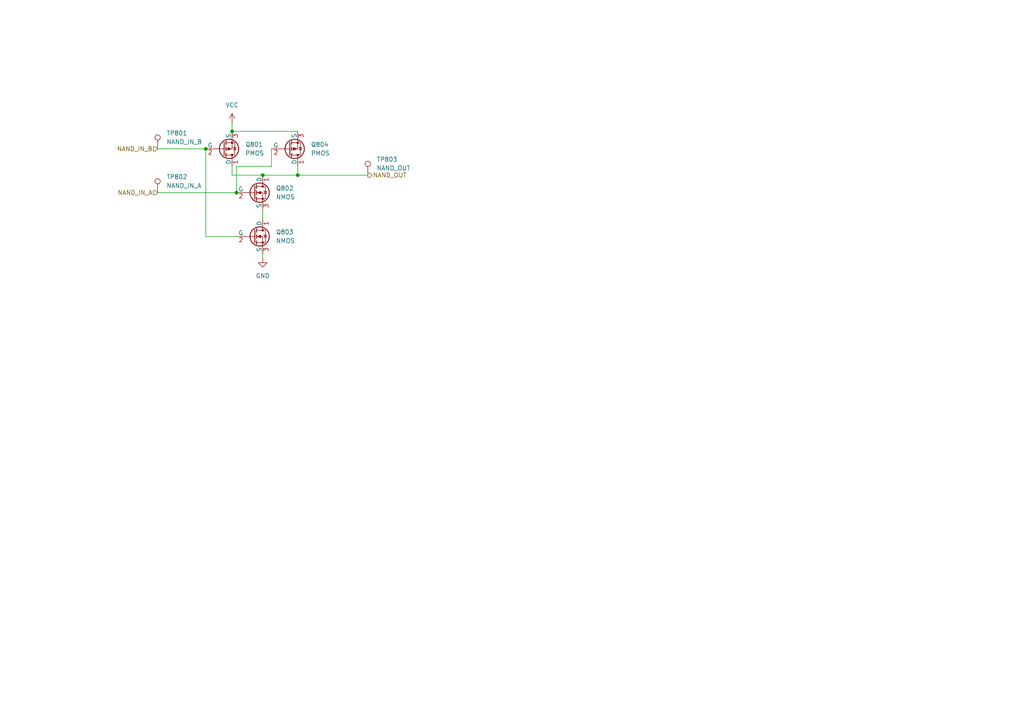
<source format=kicad_sch>
(kicad_sch (version 20250114) (generator "eeschema") (generator_version "9.0")
  (paper "A4")
  (lib_symbols
    (symbol "Connector:TestPoint" (pin_numbers (hide yes)) (pin_names (offset 0.762) (hide yes))
      (property "Reference" "TP" (at 0 6.858 0))
      (property "Value" "TestPoint" (at 0 5.08 0))
      (symbol "TestPoint_0_1"
        (circle (center 0 3.302) (radius 0.762))
      )
      (symbol "TestPoint_1_1"
        (pin passive line (at 0 0 90) (length 2.54) (name "1") (number "1"))
      )
    )
    (symbol "Simulation_SPICE:NMOS" (pin_names (offset 0))
      (property "Reference" "Q" (at 5.08 1.27 0))
      (property "Value" "NMOS" (at 5.08 -1.27 0))
      (symbol "NMOS_0_1"
        (polyline (pts (xy 0.254 1.905) (xy 0.254 -1.905)) (stroke (width 0.254)))
        (polyline (pts (xy 0.254 0) (xy -2.54 0)))
        (polyline (pts (xy 0.762 2.286) (xy 0.762 1.27)) (stroke (width 0.254)))
        (polyline (pts (xy 0.762 0.508) (xy 0.762 -0.508)) (stroke (width 0.254)))
        (polyline (pts (xy 0.762 -1.27) (xy 0.762 -2.286)) (stroke (width 0.254)))
        (polyline (pts (xy 0.762 -1.778) (xy 3.302 -1.778) (xy 3.302 1.778) (xy 0.762 1.778)))
        (polyline (pts (xy 1.016 0) (xy 2.032 0.381) (xy 2.032 -0.381) (xy 1.016 0)) (fill (type outline)))
        (circle (center 1.651 0) (radius 2.794) (stroke (width 0.254)))
        (polyline (pts (xy 2.54 2.54) (xy 2.54 1.778)))
        (circle (center 2.54 1.778) (radius 0.254) (fill (type outline)))
        (circle (center 2.54 -1.778) (radius 0.254) (fill (type outline)))
        (polyline (pts (xy 2.54 -2.54) (xy 2.54 0) (xy 0.762 0)))
        (polyline (pts (xy 2.794 0.508) (xy 2.921 0.381) (xy 3.683 0.381) (xy 3.81 0.254)))
        (polyline (pts (xy 3.302 0.381) (xy 2.921 -0.254) (xy 3.683 -0.254) (xy 3.302 0.381)))
      )
      (symbol "NMOS_1_1"
        (pin input line (at -5.08 0 0) (length 2.54) (name "G") (number "2"))
        (pin passive line (at 2.54 5.08 270) (length 2.54) (name "D") (number "1"))
        (pin passive line (at 2.54 -5.08 90) (length 2.54) (name "S") (number "3"))
      )
    )
    (symbol "Simulation_SPICE:PMOS" (pin_names (offset 0))
      (property "Reference" "Q" (at 5.08 1.27 0))
      (property "Value" "PMOS" (at 5.08 -1.27 0))
      (symbol "PMOS_0_1"
        (polyline (pts (xy 0.254 1.905) (xy 0.254 -1.905)) (stroke (width 0.254)))
        (polyline (pts (xy 0.254 0) (xy -2.54 0)))
        (polyline (pts (xy 0.762 2.286) (xy 0.762 1.27)) (stroke (width 0.254)))
        (polyline (pts (xy 0.762 1.778) (xy 3.302 1.778) (xy 3.302 -1.778) (xy 0.762 -1.778)))
        (polyline (pts (xy 0.762 0.508) (xy 0.762 -0.508)) (stroke (width 0.254)))
        (polyline (pts (xy 0.762 -1.27) (xy 0.762 -2.286)) (stroke (width 0.254)))
        (circle (center 1.651 0) (radius 2.794) (stroke (width 0.254)))
        (polyline (pts (xy 2.286 0) (xy 1.27 0.381) (xy 1.27 -0.381) (xy 2.286 0)) (fill (type outline)))
        (polyline (pts (xy 2.54 2.54) (xy 2.54 1.778)))
        (circle (center 2.54 1.778) (radius 0.254) (fill (type outline)))
        (circle (center 2.54 -1.778) (radius 0.254) (fill (type outline)))
        (polyline (pts (xy 2.54 -2.54) (xy 2.54 0) (xy 0.762 0)))
        (polyline (pts (xy 2.794 -0.508) (xy 2.921 -0.381) (xy 3.683 -0.381) (xy 3.81 -0.254)))
        (polyline (pts (xy 3.302 -0.381) (xy 2.921 0.254) (xy 3.683 0.254) (xy 3.302 -0.381)))
      )
      (symbol "PMOS_1_1"
        (pin input line (at -5.08 0 0) (length 2.54) (name "G") (number "2"))
        (pin passive line (at 2.54 5.08 270) (length 2.54) (name "D") (number "1"))
        (pin passive line (at 2.54 -5.08 90) (length 2.54) (name "S") (number "3"))
      )
    )
    (symbol "power:GND" (power) (pin_numbers (hide yes)) (pin_names (offset 0) (hide yes))
      (property "Value" "GND" (at 0 -3.81 0))
      (symbol "GND_0_1"
        (polyline (pts (xy 0 0) (xy 0 -1.27) (xy 1.27 -1.27) (xy 0 -2.54) (xy -1.27 -1.27) (xy 0 -1.27)))
      )
      (symbol "GND_1_1"
        (pin power_in line (at 0 0 270) (length 0) (name "~") (number "1"))
      )
    )
    (symbol "power:VCC" (power) (pin_numbers (hide yes)) (pin_names (offset 0) (hide yes))
      (property "Value" "VCC" (at 0 3.556 0))
      (symbol "VCC_0_1"
        (polyline (pts (xy -0.762 1.27) (xy 0 2.54)))
        (polyline (pts (xy 0 2.54) (xy 0.762 1.27)))
        (polyline (pts (xy 0 0) (xy 0 2.54)))
      )
      (symbol "VCC_1_1"
        (pin power_in line (at 0 0 90) (length 0) (name "~") (number "1"))
      )
    )
  )
  (junction (at 76.2 50.8))
  (junction (at 67.31 38.1))
  (junction (at 86.36 50.8))
  (junction (at 59.69 43.18))
  (junction (at 68.58 55.88))
  (wire (pts (xy 68.58 48.26) (xy 78.74 48.26)))
  (wire (pts (xy 67.31 50.8) (xy 76.2 50.8)))
  (wire (pts (xy 59.69 68.58) (xy 68.58 68.58)))
  (wire (pts (xy 67.31 48.26) (xy 67.31 50.8)))
  (wire (pts (xy 68.58 55.88) (xy 68.58 48.26)))
  (wire (pts (xy 78.74 43.18) (xy 78.74 48.26)))
  (wire (pts (xy 86.36 50.8) (xy 76.2 50.8)))
  (wire (pts (xy 106.68 50.8) (xy 86.36 50.8)))
  (wire (pts (xy 86.36 48.26) (xy 86.36 50.8)))
  (wire (pts (xy 59.69 43.18) (xy 59.69 68.58)))
  (wire (pts (xy 45.72 43.18) (xy 59.69 43.18)))
  (wire (pts (xy 67.31 35.56) (xy 67.31 38.1)))
  (wire (pts (xy 45.72 55.88) (xy 68.58 55.88)))
  (wire (pts (xy 67.31 38.1) (xy 86.36 38.1)))
  (wire (pts (xy 76.2 74.93) (xy 76.2 73.66)))
  (wire (pts (xy 76.2 60.96) (xy 76.2 63.5)))
  (hierarchical_label "NAND_IN_A" (shape input) (at 45.72 55.88 180))
  (hierarchical_label "NAND_OUT" (shape output) (at 106.68 50.8 0))
  (hierarchical_label "NAND_IN_B" (shape input) (at 45.72 43.18 180))
  (symbol (lib_id "Connector:TestPoint") (at 45.72 55.88 0) (unit 1)
    (property "Reference" "TP?" (at 48.26 51.3079 0) (effects (justify left)))
    (property "Value" "NAND_IN_A" (at 48.26 53.8479 0) (effects (justify left)))
    (property "Footprint" "TestPoint:TestPoint_Pad_D2.0mm" (effects (hide yes)))
    (property "Description" "test point" (effects (hide yes)))
    (instances (project "8-bit-nand" (path "" (reference "TP802") (unit 1)) (path "" (reference "TP302") (unit 1)) (path "" (reference "TP902") (unit 1)) (path "" (reference "TP?") (unit 1)) (path "" (reference "TP702") (unit 1)) (path "" (reference "TP502") (unit 1)) (path "" (reference "TP602") (unit 1)) (path "" (reference "TP402") (unit 1))))
  )
  (symbol (lib_id "Simulation_SPICE:NMOS") (at 73.66 68.58 0) (unit 1)
    (property "Reference" "Q?" (at 80.01 67.3099 0) (effects (justify left)))
    (property "Value" "NMOS" (at 80.01 69.8499 0) (effects (justify left)))
    (property "Footprint" "Package_TO_SOT_THT:TO-92L_Inline_Wide" (effects (hide yes)))
    (property "Datasheet" "https://ngspice.sourceforge.io/docs/ngspice-html-manual/manual.xhtml#cha_MOSFETs" (effects (hide yes)))
    (property "Description" "N-MOSFET transistor, drain/source/gate" (effects (hide yes)))
    (property "Sim.Device" "NMOS" (effects (hide yes)))
    (property "Sim.Type" "MOS1" (effects (hide yes)))
    (property "Sim.Pins" "1=D 2=G 3=S" (effects (hide yes)))
    (instances (project "8-bit-nand" (path "" (reference "Q803") (unit 1)) (path "" (reference "Q303") (unit 1)) (path "" (reference "Q903") (unit 1)) (path "" (reference "Q?") (unit 1)) (path "" (reference "Q703") (unit 1)) (path "" (reference "Q503") (unit 1)) (path "" (reference "Q603") (unit 1)) (path "" (reference "Q403") (unit 1))))
  )
  (symbol (lib_id "Connector:TestPoint") (at 45.72 43.18 0) (unit 1)
    (property "Reference" "TP?" (at 48.26 38.6079 0) (effects (justify left)))
    (property "Value" "NAND_IN_B" (at 48.26 41.1479 0) (effects (justify left)))
    (property "Footprint" "TestPoint:TestPoint_Pad_D2.0mm" (effects (hide yes)))
    (property "Description" "test point" (effects (hide yes)))
    (instances (project "8-bit-nand" (path "" (reference "TP801") (unit 1)) (path "" (reference "TP301") (unit 1)) (path "" (reference "TP901") (unit 1)) (path "" (reference "TP?") (unit 1)) (path "" (reference "TP701") (unit 1)) (path "" (reference "TP501") (unit 1)) (path "" (reference "TP601") (unit 1)) (path "" (reference "TP401") (unit 1))))
  )
  (symbol (lib_id "power:VCC") (at 67.31 35.56 0) (unit 1)
    (property "Reference" "#PWR?" (effects (hide yes)))
    (property "Value" "VCC" (at 67.31 30.48 0))
    (property "Description" "Power symbol creates a global label with name \"VCC\"" (effects (hide yes)))
    (instances (project "8-bit-nand" (path "" (reference "#PWR0801") (unit 1)) (path "" (reference "#PWR0301") (unit 1)) (path "" (reference "#PWR0901") (unit 1)) (path "" (reference "#PWR?") (unit 1)) (path "" (reference "#PWR0701") (unit 1)) (path "" (reference "#PWR0501") (unit 1)) (path "" (reference "#PWR0601") (unit 1)) (path "" (reference "#PWR0401") (unit 1))))
  )
  (symbol (lib_id "Simulation_SPICE:NMOS") (at 73.66 55.88 0) (unit 1)
    (property "Reference" "Q?" (at 80.01 54.6099 0) (effects (justify left)))
    (property "Value" "NMOS" (at 80.01 57.1499 0) (effects (justify left)))
    (property "Footprint" "Package_TO_SOT_THT:TO-92L_Inline_Wide" (effects (hide yes)))
    (property "Datasheet" "https://ngspice.sourceforge.io/docs/ngspice-html-manual/manual.xhtml#cha_MOSFETs" (effects (hide yes)))
    (property "Description" "N-MOSFET transistor, drain/source/gate" (effects (hide yes)))
    (property "Sim.Device" "NMOS" (effects (hide yes)))
    (property "Sim.Type" "MOS1" (effects (hide yes)))
    (property "Sim.Pins" "1=D 2=G 3=S" (effects (hide yes)))
    (instances (project "8-bit-nand" (path "" (reference "Q802") (unit 1)) (path "" (reference "Q302") (unit 1)) (path "" (reference "Q902") (unit 1)) (path "" (reference "Q?") (unit 1)) (path "" (reference "Q702") (unit 1)) (path "" (reference "Q502") (unit 1)) (path "" (reference "Q602") (unit 1)) (path "" (reference "Q402") (unit 1))))
  )
  (symbol (lib_id "Simulation_SPICE:PMOS") (at 83.82 43.18 0) (mirror x) (unit 1)
    (property "Reference" "Q?" (at 90.17 41.9099 0) (effects (justify left)))
    (property "Value" "PMOS" (at 90.17 44.4499 0) (effects (justify left)))
    (property "Footprint" "Package_TO_SOT_THT:TO-92L_Inline_Wide" (effects (hide yes)))
    (property "Datasheet" "https://ngspice.sourceforge.io/docs/ngspice-html-manual/manual.xhtml#cha_MOSFETs" (effects (hide yes)))
    (property "Description" "P-MOSFET transistor, drain/source/gate" (effects (hide yes)))
    (property "Sim.Device" "PMOS" (effects (hide yes)))
    (property "Sim.Type" "MOS1" (effects (hide yes)))
    (property "Sim.Pins" "1=D 2=G 3=S" (effects (hide yes)))
    (instances (project "8-bit-nand" (path "" (reference "Q804") (unit 1)) (path "" (reference "Q304") (unit 1)) (path "" (reference "Q904") (unit 1)) (path "" (reference "Q?") (unit 1)) (path "" (reference "Q704") (unit 1)) (path "" (reference "Q504") (unit 1)) (path "" (reference "Q604") (unit 1)) (path "" (reference "Q404") (unit 1))))
  )
  (symbol (lib_id "power:GND") (at 76.2 74.93 0) (unit 1)
    (property "Reference" "#PWR?" (effects (hide yes)))
    (property "Value" "GND" (at 76.2 80.01 0))
    (property "Description" "Power symbol creates a global label with name \"GND\" , ground" (effects (hide yes)))
    (instances (project "8-bit-nand" (path "" (reference "#PWR0802") (unit 1)) (path "" (reference "#PWR0302") (unit 1)) (path "" (reference "#PWR0902") (unit 1)) (path "" (reference "#PWR?") (unit 1)) (path "" (reference "#PWR0702") (unit 1)) (path "" (reference "#PWR0502") (unit 1)) (path "" (reference "#PWR0602") (unit 1)) (path "" (reference "#PWR0402") (unit 1))))
  )
  (symbol (lib_id "Simulation_SPICE:PMOS") (at 64.77 43.18 0) (mirror x) (unit 1)
    (property "Reference" "Q?" (at 71.12 41.9099 0) (effects (justify left)))
    (property "Value" "PMOS" (at 71.12 44.4499 0) (effects (justify left)))
    (property "Footprint" "Package_TO_SOT_THT:TO-92L_Inline_Wide" (effects (hide yes)))
    (property "Datasheet" "https://ngspice.sourceforge.io/docs/ngspice-html-manual/manual.xhtml#cha_MOSFETs" (effects (hide yes)))
    (property "Description" "P-MOSFET transistor, drain/source/gate" (effects (hide yes)))
    (property "Sim.Device" "PMOS" (effects (hide yes)))
    (property "Sim.Type" "MOS1" (effects (hide yes)))
    (property "Sim.Pins" "1=D 2=G 3=S" (effects (hide yes)))
    (instances (project "8-bit-nand" (path "" (reference "Q801") (unit 1)) (path "" (reference "Q301") (unit 1)) (path "" (reference "Q901") (unit 1)) (path "" (reference "Q?") (unit 1)) (path "" (reference "Q701") (unit 1)) (path "" (reference "Q501") (unit 1)) (path "" (reference "Q601") (unit 1)) (path "" (reference "Q401") (unit 1))))
  )
  (symbol (lib_id "Connector:TestPoint") (at 106.68 50.8 0) (unit 1)
    (property "Reference" "TP?" (at 109.22 46.2279 0) (effects (justify left)))
    (property "Value" "NAND_OUT" (at 109.22 48.7679 0) (effects (justify left)))
    (property "Footprint" "TestPoint:TestPoint_Pad_D2.0mm" (effects (hide yes)))
    (property "Description" "test point" (effects (hide yes)))
    (instances (project "8-bit-nand" (path "" (reference "TP803") (unit 1)) (path "" (reference "TP303") (unit 1)) (path "" (reference "TP903") (unit 1)) (path "" (reference "TP?") (unit 1)) (path "" (reference "TP703") (unit 1)) (path "" (reference "TP503") (unit 1)) (path "" (reference "TP603") (unit 1)) (path "" (reference "TP403") (unit 1))))
  )
)
</source>
